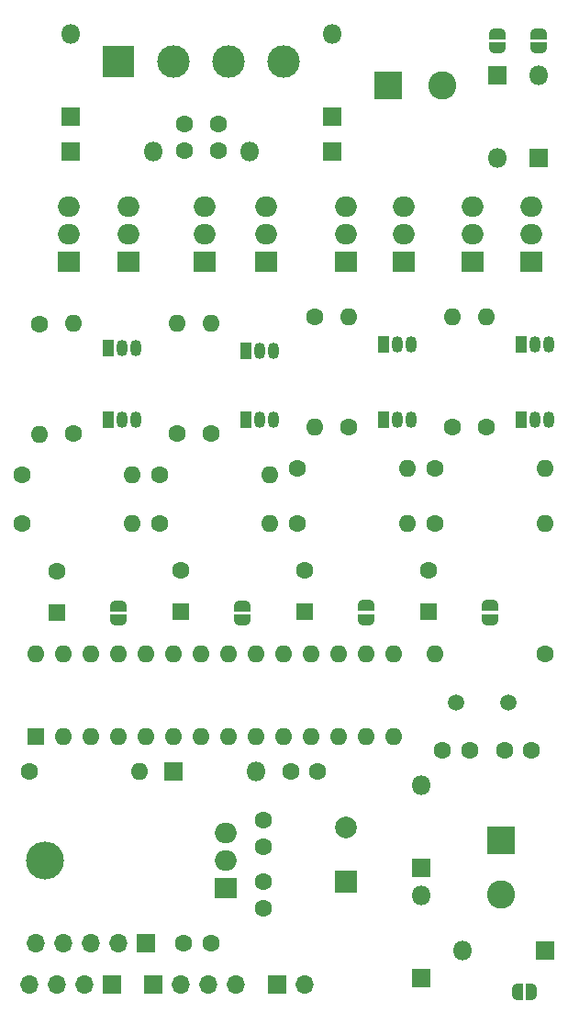
<source format=gbr>
%TF.GenerationSoftware,KiCad,Pcbnew,7.0.6*%
%TF.CreationDate,2023-08-09T12:25:19+03:00*%
%TF.ProjectId,atmegaStepperDriver,61746d65-6761-4537-9465-707065724472,v0.7.1*%
%TF.SameCoordinates,Original*%
%TF.FileFunction,Soldermask,Top*%
%TF.FilePolarity,Negative*%
%FSLAX46Y46*%
G04 Gerber Fmt 4.6, Leading zero omitted, Abs format (unit mm)*
G04 Created by KiCad (PCBNEW 7.0.6) date 2023-08-09 12:25:19*
%MOMM*%
%LPD*%
G01*
G04 APERTURE LIST*
G04 Aperture macros list*
%AMFreePoly0*
4,1,19,0.500000,-0.750000,0.000000,-0.750000,0.000000,-0.744911,-0.071157,-0.744911,-0.207708,-0.704816,-0.327430,-0.627875,-0.420627,-0.520320,-0.479746,-0.390866,-0.500000,-0.250000,-0.500000,0.250000,-0.479746,0.390866,-0.420627,0.520320,-0.327430,0.627875,-0.207708,0.704816,-0.071157,0.744911,0.000000,0.744911,0.000000,0.750000,0.500000,0.750000,0.500000,-0.750000,0.500000,-0.750000,
$1*%
%AMFreePoly1*
4,1,19,0.000000,0.744911,0.071157,0.744911,0.207708,0.704816,0.327430,0.627875,0.420627,0.520320,0.479746,0.390866,0.500000,0.250000,0.500000,-0.250000,0.479746,-0.390866,0.420627,-0.520320,0.327430,-0.627875,0.207708,-0.704816,0.071157,-0.744911,0.000000,-0.744911,0.000000,-0.750000,-0.500000,-0.750000,-0.500000,0.750000,0.000000,0.750000,0.000000,0.744911,0.000000,0.744911,
$1*%
G04 Aperture macros list end*
%ADD10R,1.800000X1.800000*%
%ADD11O,1.800000X1.800000*%
%ADD12R,1.700000X1.700000*%
%ADD13O,1.700000X1.700000*%
%ADD14R,2.000000X1.905000*%
%ADD15O,2.000000X1.905000*%
%ADD16C,1.600000*%
%ADD17O,1.600000X1.600000*%
%ADD18R,1.050000X1.500000*%
%ADD19O,1.050000X1.500000*%
%ADD20FreePoly0,90.000000*%
%ADD21FreePoly1,90.000000*%
%ADD22FreePoly0,270.000000*%
%ADD23FreePoly1,270.000000*%
%ADD24R,2.600000X2.600000*%
%ADD25C,2.600000*%
%ADD26O,3.500000X3.500000*%
%ADD27R,1.600000X1.600000*%
%ADD28FreePoly0,0.000000*%
%ADD29FreePoly1,0.000000*%
%ADD30R,2.000000X2.000000*%
%ADD31C,2.000000*%
%ADD32C,1.500000*%
%ADD33R,3.000000X3.000000*%
%ADD34C,3.000000*%
G04 APERTURE END LIST*
D10*
%TO.C,D11*%
X71120000Y-58420000D03*
D11*
X78740000Y-58420000D03*
%TD*%
D12*
%TO.C,J9*%
X78740000Y-135255000D03*
D13*
X81280000Y-135255000D03*
X83820000Y-135255000D03*
X86360000Y-135255000D03*
%TD*%
D14*
%TO.C,Q6*%
X89210000Y-68580000D03*
D15*
X89210000Y-66040000D03*
X89210000Y-63500000D03*
%TD*%
D14*
%TO.C,Q5*%
X108260000Y-68580000D03*
D15*
X108260000Y-66040000D03*
X108260000Y-63500000D03*
%TD*%
D14*
%TO.C,Q3*%
X83495000Y-68580000D03*
D15*
X83495000Y-66040000D03*
X83495000Y-63500000D03*
%TD*%
D16*
%TO.C,R4*%
X68253668Y-74350051D03*
D17*
X68253668Y-84510051D03*
%TD*%
D16*
%TO.C,C7*%
X84780000Y-55880000D03*
X84780000Y-58380000D03*
%TD*%
D18*
%TO.C,Q9*%
X74605000Y-76560000D03*
D19*
X75875000Y-76560000D03*
X77145000Y-76560000D03*
%TD*%
D16*
%TO.C,C6*%
X81605000Y-55880000D03*
X81605000Y-58380000D03*
%TD*%
%TO.C,R7*%
X106355000Y-83820000D03*
D17*
X106355000Y-73660000D03*
%TD*%
D18*
%TO.C,Q12*%
X87305000Y-83185000D03*
D19*
X88575000Y-83185000D03*
X89845000Y-83185000D03*
%TD*%
D18*
%TO.C,Q14*%
X100005000Y-83185000D03*
D19*
X101275000Y-83185000D03*
X102545000Y-83185000D03*
%TD*%
D16*
%TO.C,R5*%
X80955000Y-84455000D03*
D17*
X80955000Y-74295000D03*
%TD*%
D20*
%TO.C,JP3*%
X114300000Y-48925000D03*
D21*
X114300000Y-47625000D03*
%TD*%
D18*
%TO.C,Q15*%
X112705000Y-76200000D03*
D19*
X113975000Y-76200000D03*
X115245000Y-76200000D03*
%TD*%
D10*
%TO.C,D12*%
X71120000Y-55245000D03*
D11*
X71120000Y-47625000D03*
%TD*%
D14*
%TO.C,Q1*%
X70940000Y-68580000D03*
D15*
X70940000Y-66040000D03*
X70940000Y-63500000D03*
%TD*%
D16*
%TO.C,R15*%
X96830000Y-83820000D03*
D17*
X96830000Y-73660000D03*
%TD*%
D14*
%TO.C,Q2*%
X76510000Y-68580000D03*
D15*
X76510000Y-66040000D03*
X76510000Y-63500000D03*
%TD*%
D16*
%TO.C,R11*%
X71430000Y-84455000D03*
D17*
X71430000Y-74295000D03*
%TD*%
D16*
%TO.C,R17*%
X109530000Y-83820000D03*
D17*
X109530000Y-73660000D03*
%TD*%
D22*
%TO.C,JP5*%
X75565000Y-100330000D03*
D23*
X75565000Y-101630000D03*
%TD*%
D10*
%TO.C,D6*%
X114935000Y-132080000D03*
D11*
X107315000Y-132080000D03*
%TD*%
D16*
%TO.C,R6*%
X93655000Y-73660000D03*
D17*
X93655000Y-83820000D03*
%TD*%
D16*
%TO.C,R16*%
X92075000Y-92710000D03*
D17*
X102235000Y-92710000D03*
%TD*%
D20*
%TO.C,JP4*%
X110490000Y-48925000D03*
D21*
X110490000Y-47625000D03*
%TD*%
D16*
%TO.C,R12*%
X66675000Y-92710000D03*
D17*
X76835000Y-92710000D03*
%TD*%
D24*
%TO.C,J1*%
X110820000Y-121960000D03*
D25*
X110820000Y-126960000D03*
%TD*%
D18*
%TO.C,Q13*%
X100005000Y-76200000D03*
D19*
X101275000Y-76200000D03*
X102545000Y-76200000D03*
%TD*%
D22*
%TO.C,JP8*%
X109855000Y-100300000D03*
D23*
X109855000Y-101600000D03*
%TD*%
D26*
%TO.C,U2*%
X68770000Y-123825000D03*
D14*
X85430000Y-126365000D03*
D15*
X85430000Y-123825000D03*
X85430000Y-121285000D03*
%TD*%
D27*
%TO.C,C9*%
X81280000Y-100862651D03*
D16*
X81280000Y-97062651D03*
%TD*%
%TO.C,R9*%
X92075000Y-87630000D03*
D17*
X102235000Y-87630000D03*
%TD*%
D12*
%TO.C,J4*%
X78105000Y-131445000D03*
D13*
X75565000Y-131445000D03*
X73025000Y-131445000D03*
X70485000Y-131445000D03*
X67945000Y-131445000D03*
%TD*%
D27*
%TO.C,C8*%
X69850000Y-100955000D03*
D16*
X69850000Y-97155000D03*
%TD*%
%TO.C,C14*%
X81598041Y-131465553D03*
X84098041Y-131465553D03*
%TD*%
D27*
%TO.C,C11*%
X104140000Y-100862651D03*
D16*
X104140000Y-97062651D03*
%TD*%
D22*
%TO.C,JP6*%
X86995000Y-100330000D03*
D23*
X86995000Y-101630000D03*
%TD*%
D24*
%TO.C,J3*%
X100410000Y-52375000D03*
D25*
X105410000Y-52375000D03*
%TD*%
D12*
%TO.C,J6*%
X74930000Y-135255000D03*
D13*
X72390000Y-135255000D03*
X69850000Y-135255000D03*
X67310000Y-135255000D03*
%TD*%
D18*
%TO.C,Q16*%
X112705000Y-83185000D03*
D19*
X113975000Y-83185000D03*
X115245000Y-83185000D03*
%TD*%
D16*
%TO.C,C4*%
X93940000Y-115570000D03*
X91440000Y-115570000D03*
%TD*%
%TO.C,C2*%
X88940000Y-128230000D03*
X88940000Y-125730000D03*
%TD*%
%TO.C,R3*%
X66675000Y-88265000D03*
D17*
X76835000Y-88265000D03*
%TD*%
D10*
%TO.C,D5*%
X103505000Y-134620000D03*
D11*
X103505000Y-127000000D03*
%TD*%
D10*
%TO.C,D1*%
X80645000Y-115570000D03*
D11*
X88265000Y-115570000D03*
%TD*%
D16*
%TO.C,R14*%
X79375000Y-92710000D03*
D17*
X89535000Y-92710000D03*
%TD*%
D10*
%TO.C,D13*%
X95250000Y-58420000D03*
D11*
X87630000Y-58420000D03*
%TD*%
D16*
%TO.C,R10*%
X104775000Y-87630000D03*
D17*
X114935000Y-87630000D03*
%TD*%
D16*
%TO.C,R1*%
X114935000Y-104775000D03*
D17*
X104775000Y-104775000D03*
%TD*%
D28*
%TO.C,JP2*%
X112380000Y-135890000D03*
D29*
X113680000Y-135890000D03*
%TD*%
D12*
%TO.C,J5*%
X90165000Y-135255000D03*
D13*
X92705000Y-135255000D03*
%TD*%
D18*
%TO.C,Q10*%
X74605000Y-83185000D03*
D19*
X75875000Y-83185000D03*
X77145000Y-83185000D03*
%TD*%
D22*
%TO.C,JP7*%
X98425000Y-100315000D03*
D23*
X98425000Y-101615000D03*
%TD*%
D16*
%TO.C,C3*%
X88900000Y-122555000D03*
X88900000Y-120055000D03*
%TD*%
D10*
%TO.C,D2*%
X110490000Y-51435000D03*
D11*
X110490000Y-59055000D03*
%TD*%
D16*
%TO.C,C1-1*%
X113665000Y-113665000D03*
X111165000Y-113665000D03*
%TD*%
D14*
%TO.C,Q7*%
X101910000Y-68580000D03*
D15*
X101910000Y-66040000D03*
X101910000Y-63500000D03*
%TD*%
D10*
%TO.C,D4*%
X103505000Y-124460000D03*
D11*
X103505000Y-116840000D03*
%TD*%
D27*
%TO.C,U1*%
X67945000Y-112395000D03*
D17*
X70485000Y-112395000D03*
X73025000Y-112395000D03*
X75565000Y-112395000D03*
X78105000Y-112395000D03*
X80645000Y-112395000D03*
X83185000Y-112395000D03*
X85725000Y-112395000D03*
X88265000Y-112395000D03*
X90805000Y-112395000D03*
X93345000Y-112395000D03*
X95885000Y-112395000D03*
X98425000Y-112395000D03*
X100965000Y-112395000D03*
X100965000Y-104775000D03*
X98425000Y-104775000D03*
X95885000Y-104775000D03*
X93345000Y-104775000D03*
X90805000Y-104775000D03*
X88265000Y-104775000D03*
X85725000Y-104775000D03*
X83185000Y-104775000D03*
X80645000Y-104775000D03*
X78105000Y-104775000D03*
X75565000Y-104775000D03*
X73025000Y-104775000D03*
X70485000Y-104775000D03*
X67945000Y-104775000D03*
%TD*%
D16*
%TO.C,R2*%
X67310000Y-115570000D03*
D17*
X77470000Y-115570000D03*
%TD*%
D27*
%TO.C,C10*%
X92710000Y-100862651D03*
D16*
X92710000Y-97062651D03*
%TD*%
D10*
%TO.C,D14*%
X95250000Y-55245000D03*
D11*
X95250000Y-47625000D03*
%TD*%
D14*
%TO.C,Q4*%
X96520000Y-68580000D03*
D15*
X96520000Y-66040000D03*
X96520000Y-63500000D03*
%TD*%
D14*
%TO.C,Q8*%
X113650000Y-68580000D03*
D15*
X113650000Y-66040000D03*
X113650000Y-63500000D03*
%TD*%
D18*
%TO.C,Q11*%
X87305000Y-76835000D03*
D19*
X88575000Y-76835000D03*
X89845000Y-76835000D03*
%TD*%
D30*
%TO.C,C5*%
X96520000Y-125730000D03*
D31*
X96520000Y-120730000D03*
%TD*%
D16*
%TO.C,R8*%
X79375000Y-88265000D03*
D17*
X89535000Y-88265000D03*
%TD*%
D16*
%TO.C,R13*%
X84130000Y-84455000D03*
D17*
X84130000Y-74295000D03*
%TD*%
D10*
%TO.C,D3*%
X114300000Y-59055000D03*
D11*
X114300000Y-51435000D03*
%TD*%
D32*
%TO.C,Y1*%
X106680000Y-109220000D03*
X111560000Y-109220000D03*
%TD*%
D33*
%TO.C,J2*%
X75565000Y-50165000D03*
D34*
X80645000Y-50165000D03*
X85725000Y-50165000D03*
X90805000Y-50165000D03*
%TD*%
D16*
%TO.C,C1-2*%
X105450000Y-113665000D03*
X107950000Y-113665000D03*
%TD*%
%TO.C,R18*%
X104775000Y-92710000D03*
D17*
X114935000Y-92710000D03*
%TD*%
M02*

</source>
